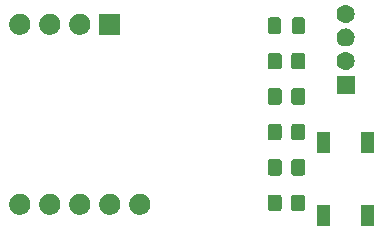
<source format=gbr>
G04 #@! TF.GenerationSoftware,KiCad,Pcbnew,7.0.8*
G04 #@! TF.CreationDate,2023-11-15T13:15:02+05:30*
G04 #@! TF.ProjectId,m5-atom-carrier-board,6d352d61-746f-46d2-9d63-617272696572,1*
G04 #@! TF.SameCoordinates,Original*
G04 #@! TF.FileFunction,Soldermask,Top*
G04 #@! TF.FilePolarity,Negative*
%FSLAX46Y46*%
G04 Gerber Fmt 4.6, Leading zero omitted, Abs format (unit mm)*
G04 Created by KiCad (PCBNEW 7.0.8) date 2023-11-15 13:15:02*
%MOMM*%
%LPD*%
G01*
G04 APERTURE LIST*
G04 APERTURE END LIST*
G36*
X113700000Y-72000000D02*
G01*
X112600000Y-72000000D01*
X112600000Y-70200000D01*
X113700000Y-70200000D01*
X113700000Y-72000000D01*
G37*
G36*
X117400000Y-72000000D02*
G01*
X116300000Y-72000000D01*
X116300000Y-70200000D01*
X117400000Y-70200000D01*
X117400000Y-72000000D01*
G37*
G36*
X87467568Y-69224930D02*
G01*
X87514076Y-69224930D01*
X87554232Y-69233465D01*
X87595530Y-69237533D01*
X87647415Y-69253272D01*
X87698115Y-69264049D01*
X87730558Y-69278493D01*
X87764319Y-69288735D01*
X87817967Y-69317410D01*
X87870000Y-69340577D01*
X87894192Y-69358153D01*
X87919878Y-69371883D01*
X87972271Y-69414881D01*
X88022218Y-69451170D01*
X88038436Y-69469182D01*
X88056221Y-69483778D01*
X88104018Y-69542018D01*
X88148115Y-69590993D01*
X88157377Y-69607036D01*
X88168116Y-69620121D01*
X88207840Y-69694440D01*
X88242191Y-69753937D01*
X88246142Y-69766098D01*
X88251264Y-69775680D01*
X88279504Y-69868775D01*
X88300333Y-69932879D01*
X88301066Y-69939854D01*
X88302466Y-69944469D01*
X88316090Y-70082802D01*
X88320000Y-70120000D01*
X88316090Y-70157200D01*
X88302466Y-70295530D01*
X88301066Y-70300144D01*
X88300333Y-70307121D01*
X88279500Y-70371238D01*
X88251264Y-70464319D01*
X88246143Y-70473899D01*
X88242191Y-70486063D01*
X88207833Y-70545572D01*
X88168116Y-70619878D01*
X88157379Y-70632960D01*
X88148115Y-70649007D01*
X88104009Y-70697991D01*
X88056221Y-70756221D01*
X88038439Y-70770813D01*
X88022218Y-70788830D01*
X87972260Y-70825126D01*
X87919878Y-70868116D01*
X87894197Y-70881842D01*
X87870000Y-70899423D01*
X87817955Y-70922594D01*
X87764319Y-70951264D01*
X87730565Y-70961503D01*
X87698115Y-70975951D01*
X87647404Y-70986729D01*
X87595530Y-71002466D01*
X87554241Y-71006532D01*
X87514076Y-71015070D01*
X87467558Y-71015070D01*
X87420000Y-71019754D01*
X87372442Y-71015070D01*
X87325924Y-71015070D01*
X87285759Y-71006532D01*
X87244469Y-71002466D01*
X87192592Y-70986729D01*
X87141885Y-70975951D01*
X87109436Y-70961503D01*
X87075680Y-70951264D01*
X87022038Y-70922591D01*
X86970000Y-70899423D01*
X86945805Y-70881844D01*
X86920121Y-70868116D01*
X86867730Y-70825119D01*
X86817782Y-70788830D01*
X86801562Y-70770816D01*
X86783778Y-70756221D01*
X86735979Y-70697978D01*
X86691885Y-70649007D01*
X86682622Y-70632964D01*
X86671883Y-70619878D01*
X86632153Y-70545548D01*
X86597809Y-70486063D01*
X86593858Y-70473903D01*
X86588735Y-70464319D01*
X86560484Y-70371191D01*
X86539667Y-70307121D01*
X86538934Y-70300149D01*
X86537533Y-70295530D01*
X86523893Y-70157049D01*
X86520000Y-70120000D01*
X86523893Y-70082953D01*
X86537533Y-69944469D01*
X86538934Y-69939849D01*
X86539667Y-69932879D01*
X86560480Y-69868822D01*
X86588735Y-69775680D01*
X86593859Y-69766093D01*
X86597809Y-69753937D01*
X86632145Y-69694463D01*
X86671883Y-69620121D01*
X86682624Y-69607032D01*
X86691885Y-69590993D01*
X86735970Y-69542031D01*
X86783778Y-69483778D01*
X86801566Y-69469179D01*
X86817782Y-69451170D01*
X86867719Y-69414888D01*
X86920121Y-69371883D01*
X86945810Y-69358151D01*
X86970000Y-69340577D01*
X87022026Y-69317413D01*
X87075680Y-69288735D01*
X87109443Y-69278492D01*
X87141885Y-69264049D01*
X87192581Y-69253273D01*
X87244469Y-69237533D01*
X87285768Y-69233465D01*
X87325924Y-69224930D01*
X87372432Y-69224930D01*
X87420000Y-69220245D01*
X87467568Y-69224930D01*
G37*
G36*
X90007568Y-69224930D02*
G01*
X90054076Y-69224930D01*
X90094232Y-69233465D01*
X90135530Y-69237533D01*
X90187415Y-69253272D01*
X90238115Y-69264049D01*
X90270558Y-69278493D01*
X90304319Y-69288735D01*
X90357967Y-69317410D01*
X90410000Y-69340577D01*
X90434192Y-69358153D01*
X90459878Y-69371883D01*
X90512271Y-69414881D01*
X90562218Y-69451170D01*
X90578436Y-69469182D01*
X90596221Y-69483778D01*
X90644018Y-69542018D01*
X90688115Y-69590993D01*
X90697377Y-69607036D01*
X90708116Y-69620121D01*
X90747840Y-69694440D01*
X90782191Y-69753937D01*
X90786142Y-69766098D01*
X90791264Y-69775680D01*
X90819504Y-69868775D01*
X90840333Y-69932879D01*
X90841066Y-69939854D01*
X90842466Y-69944469D01*
X90856090Y-70082802D01*
X90860000Y-70120000D01*
X90856090Y-70157200D01*
X90842466Y-70295530D01*
X90841066Y-70300144D01*
X90840333Y-70307121D01*
X90819500Y-70371238D01*
X90791264Y-70464319D01*
X90786143Y-70473899D01*
X90782191Y-70486063D01*
X90747833Y-70545572D01*
X90708116Y-70619878D01*
X90697379Y-70632960D01*
X90688115Y-70649007D01*
X90644009Y-70697991D01*
X90596221Y-70756221D01*
X90578439Y-70770813D01*
X90562218Y-70788830D01*
X90512260Y-70825126D01*
X90459878Y-70868116D01*
X90434197Y-70881842D01*
X90410000Y-70899423D01*
X90357955Y-70922594D01*
X90304319Y-70951264D01*
X90270565Y-70961503D01*
X90238115Y-70975951D01*
X90187404Y-70986729D01*
X90135530Y-71002466D01*
X90094241Y-71006532D01*
X90054076Y-71015070D01*
X90007558Y-71015070D01*
X89960000Y-71019754D01*
X89912442Y-71015070D01*
X89865924Y-71015070D01*
X89825759Y-71006532D01*
X89784469Y-71002466D01*
X89732592Y-70986729D01*
X89681885Y-70975951D01*
X89649436Y-70961503D01*
X89615680Y-70951264D01*
X89562038Y-70922591D01*
X89510000Y-70899423D01*
X89485805Y-70881844D01*
X89460121Y-70868116D01*
X89407730Y-70825119D01*
X89357782Y-70788830D01*
X89341562Y-70770816D01*
X89323778Y-70756221D01*
X89275979Y-70697978D01*
X89231885Y-70649007D01*
X89222622Y-70632964D01*
X89211883Y-70619878D01*
X89172153Y-70545548D01*
X89137809Y-70486063D01*
X89133858Y-70473903D01*
X89128735Y-70464319D01*
X89100484Y-70371191D01*
X89079667Y-70307121D01*
X89078934Y-70300149D01*
X89077533Y-70295530D01*
X89063893Y-70157049D01*
X89060000Y-70120000D01*
X89063893Y-70082953D01*
X89077533Y-69944469D01*
X89078934Y-69939849D01*
X89079667Y-69932879D01*
X89100480Y-69868822D01*
X89128735Y-69775680D01*
X89133859Y-69766093D01*
X89137809Y-69753937D01*
X89172145Y-69694463D01*
X89211883Y-69620121D01*
X89222624Y-69607032D01*
X89231885Y-69590993D01*
X89275970Y-69542031D01*
X89323778Y-69483778D01*
X89341566Y-69469179D01*
X89357782Y-69451170D01*
X89407719Y-69414888D01*
X89460121Y-69371883D01*
X89485810Y-69358151D01*
X89510000Y-69340577D01*
X89562026Y-69317413D01*
X89615680Y-69288735D01*
X89649443Y-69278492D01*
X89681885Y-69264049D01*
X89732581Y-69253273D01*
X89784469Y-69237533D01*
X89825768Y-69233465D01*
X89865924Y-69224930D01*
X89912432Y-69224930D01*
X89960000Y-69220245D01*
X90007568Y-69224930D01*
G37*
G36*
X92547568Y-69224930D02*
G01*
X92594076Y-69224930D01*
X92634232Y-69233465D01*
X92675530Y-69237533D01*
X92727415Y-69253272D01*
X92778115Y-69264049D01*
X92810558Y-69278493D01*
X92844319Y-69288735D01*
X92897967Y-69317410D01*
X92950000Y-69340577D01*
X92974192Y-69358153D01*
X92999878Y-69371883D01*
X93052271Y-69414881D01*
X93102218Y-69451170D01*
X93118436Y-69469182D01*
X93136221Y-69483778D01*
X93184018Y-69542018D01*
X93228115Y-69590993D01*
X93237377Y-69607036D01*
X93248116Y-69620121D01*
X93287840Y-69694440D01*
X93322191Y-69753937D01*
X93326142Y-69766098D01*
X93331264Y-69775680D01*
X93359504Y-69868775D01*
X93380333Y-69932879D01*
X93381066Y-69939854D01*
X93382466Y-69944469D01*
X93396090Y-70082802D01*
X93400000Y-70120000D01*
X93396090Y-70157200D01*
X93382466Y-70295530D01*
X93381066Y-70300144D01*
X93380333Y-70307121D01*
X93359500Y-70371238D01*
X93331264Y-70464319D01*
X93326143Y-70473899D01*
X93322191Y-70486063D01*
X93287833Y-70545572D01*
X93248116Y-70619878D01*
X93237379Y-70632960D01*
X93228115Y-70649007D01*
X93184009Y-70697991D01*
X93136221Y-70756221D01*
X93118439Y-70770813D01*
X93102218Y-70788830D01*
X93052260Y-70825126D01*
X92999878Y-70868116D01*
X92974197Y-70881842D01*
X92950000Y-70899423D01*
X92897955Y-70922594D01*
X92844319Y-70951264D01*
X92810565Y-70961503D01*
X92778115Y-70975951D01*
X92727404Y-70986729D01*
X92675530Y-71002466D01*
X92634241Y-71006532D01*
X92594076Y-71015070D01*
X92547558Y-71015070D01*
X92500000Y-71019754D01*
X92452442Y-71015070D01*
X92405924Y-71015070D01*
X92365759Y-71006532D01*
X92324469Y-71002466D01*
X92272592Y-70986729D01*
X92221885Y-70975951D01*
X92189436Y-70961503D01*
X92155680Y-70951264D01*
X92102038Y-70922591D01*
X92050000Y-70899423D01*
X92025805Y-70881844D01*
X92000121Y-70868116D01*
X91947730Y-70825119D01*
X91897782Y-70788830D01*
X91881562Y-70770816D01*
X91863778Y-70756221D01*
X91815979Y-70697978D01*
X91771885Y-70649007D01*
X91762622Y-70632964D01*
X91751883Y-70619878D01*
X91712153Y-70545548D01*
X91677809Y-70486063D01*
X91673858Y-70473903D01*
X91668735Y-70464319D01*
X91640484Y-70371191D01*
X91619667Y-70307121D01*
X91618934Y-70300149D01*
X91617533Y-70295530D01*
X91603893Y-70157049D01*
X91600000Y-70120000D01*
X91603893Y-70082953D01*
X91617533Y-69944469D01*
X91618934Y-69939849D01*
X91619667Y-69932879D01*
X91640480Y-69868822D01*
X91668735Y-69775680D01*
X91673859Y-69766093D01*
X91677809Y-69753937D01*
X91712145Y-69694463D01*
X91751883Y-69620121D01*
X91762624Y-69607032D01*
X91771885Y-69590993D01*
X91815970Y-69542031D01*
X91863778Y-69483778D01*
X91881566Y-69469179D01*
X91897782Y-69451170D01*
X91947719Y-69414888D01*
X92000121Y-69371883D01*
X92025810Y-69358151D01*
X92050000Y-69340577D01*
X92102026Y-69317413D01*
X92155680Y-69288735D01*
X92189443Y-69278492D01*
X92221885Y-69264049D01*
X92272581Y-69253273D01*
X92324469Y-69237533D01*
X92365768Y-69233465D01*
X92405924Y-69224930D01*
X92452432Y-69224930D01*
X92500000Y-69220245D01*
X92547568Y-69224930D01*
G37*
G36*
X95087568Y-69224930D02*
G01*
X95134076Y-69224930D01*
X95174232Y-69233465D01*
X95215530Y-69237533D01*
X95267415Y-69253272D01*
X95318115Y-69264049D01*
X95350558Y-69278493D01*
X95384319Y-69288735D01*
X95437967Y-69317410D01*
X95490000Y-69340577D01*
X95514192Y-69358153D01*
X95539878Y-69371883D01*
X95592271Y-69414881D01*
X95642218Y-69451170D01*
X95658436Y-69469182D01*
X95676221Y-69483778D01*
X95724018Y-69542018D01*
X95768115Y-69590993D01*
X95777377Y-69607036D01*
X95788116Y-69620121D01*
X95827840Y-69694440D01*
X95862191Y-69753937D01*
X95866142Y-69766098D01*
X95871264Y-69775680D01*
X95899504Y-69868775D01*
X95920333Y-69932879D01*
X95921066Y-69939854D01*
X95922466Y-69944469D01*
X95936090Y-70082802D01*
X95940000Y-70120000D01*
X95936090Y-70157200D01*
X95922466Y-70295530D01*
X95921066Y-70300144D01*
X95920333Y-70307121D01*
X95899500Y-70371238D01*
X95871264Y-70464319D01*
X95866143Y-70473899D01*
X95862191Y-70486063D01*
X95827833Y-70545572D01*
X95788116Y-70619878D01*
X95777379Y-70632960D01*
X95768115Y-70649007D01*
X95724009Y-70697991D01*
X95676221Y-70756221D01*
X95658439Y-70770813D01*
X95642218Y-70788830D01*
X95592260Y-70825126D01*
X95539878Y-70868116D01*
X95514197Y-70881842D01*
X95490000Y-70899423D01*
X95437955Y-70922594D01*
X95384319Y-70951264D01*
X95350565Y-70961503D01*
X95318115Y-70975951D01*
X95267404Y-70986729D01*
X95215530Y-71002466D01*
X95174241Y-71006532D01*
X95134076Y-71015070D01*
X95087558Y-71015070D01*
X95040000Y-71019754D01*
X94992442Y-71015070D01*
X94945924Y-71015070D01*
X94905759Y-71006532D01*
X94864469Y-71002466D01*
X94812592Y-70986729D01*
X94761885Y-70975951D01*
X94729436Y-70961503D01*
X94695680Y-70951264D01*
X94642038Y-70922591D01*
X94590000Y-70899423D01*
X94565805Y-70881844D01*
X94540121Y-70868116D01*
X94487730Y-70825119D01*
X94437782Y-70788830D01*
X94421562Y-70770816D01*
X94403778Y-70756221D01*
X94355979Y-70697978D01*
X94311885Y-70649007D01*
X94302622Y-70632964D01*
X94291883Y-70619878D01*
X94252153Y-70545548D01*
X94217809Y-70486063D01*
X94213858Y-70473903D01*
X94208735Y-70464319D01*
X94180484Y-70371191D01*
X94159667Y-70307121D01*
X94158934Y-70300149D01*
X94157533Y-70295530D01*
X94143893Y-70157049D01*
X94140000Y-70120000D01*
X94143893Y-70082953D01*
X94157533Y-69944469D01*
X94158934Y-69939849D01*
X94159667Y-69932879D01*
X94180480Y-69868822D01*
X94208735Y-69775680D01*
X94213859Y-69766093D01*
X94217809Y-69753937D01*
X94252145Y-69694463D01*
X94291883Y-69620121D01*
X94302624Y-69607032D01*
X94311885Y-69590993D01*
X94355970Y-69542031D01*
X94403778Y-69483778D01*
X94421566Y-69469179D01*
X94437782Y-69451170D01*
X94487719Y-69414888D01*
X94540121Y-69371883D01*
X94565810Y-69358151D01*
X94590000Y-69340577D01*
X94642026Y-69317413D01*
X94695680Y-69288735D01*
X94729443Y-69278492D01*
X94761885Y-69264049D01*
X94812581Y-69253273D01*
X94864469Y-69237533D01*
X94905768Y-69233465D01*
X94945924Y-69224930D01*
X94992432Y-69224930D01*
X95040000Y-69220245D01*
X95087568Y-69224930D01*
G37*
G36*
X97627568Y-69224930D02*
G01*
X97674076Y-69224930D01*
X97714232Y-69233465D01*
X97755530Y-69237533D01*
X97807415Y-69253272D01*
X97858115Y-69264049D01*
X97890558Y-69278493D01*
X97924319Y-69288735D01*
X97977967Y-69317410D01*
X98030000Y-69340577D01*
X98054192Y-69358153D01*
X98079878Y-69371883D01*
X98132271Y-69414881D01*
X98182218Y-69451170D01*
X98198436Y-69469182D01*
X98216221Y-69483778D01*
X98264018Y-69542018D01*
X98308115Y-69590993D01*
X98317377Y-69607036D01*
X98328116Y-69620121D01*
X98367840Y-69694440D01*
X98402191Y-69753937D01*
X98406142Y-69766098D01*
X98411264Y-69775680D01*
X98439504Y-69868775D01*
X98460333Y-69932879D01*
X98461066Y-69939854D01*
X98462466Y-69944469D01*
X98476090Y-70082802D01*
X98480000Y-70120000D01*
X98476090Y-70157200D01*
X98462466Y-70295530D01*
X98461066Y-70300144D01*
X98460333Y-70307121D01*
X98439500Y-70371238D01*
X98411264Y-70464319D01*
X98406143Y-70473899D01*
X98402191Y-70486063D01*
X98367833Y-70545572D01*
X98328116Y-70619878D01*
X98317379Y-70632960D01*
X98308115Y-70649007D01*
X98264009Y-70697991D01*
X98216221Y-70756221D01*
X98198439Y-70770813D01*
X98182218Y-70788830D01*
X98132260Y-70825126D01*
X98079878Y-70868116D01*
X98054197Y-70881842D01*
X98030000Y-70899423D01*
X97977955Y-70922594D01*
X97924319Y-70951264D01*
X97890565Y-70961503D01*
X97858115Y-70975951D01*
X97807404Y-70986729D01*
X97755530Y-71002466D01*
X97714241Y-71006532D01*
X97674076Y-71015070D01*
X97627558Y-71015070D01*
X97580000Y-71019754D01*
X97532442Y-71015070D01*
X97485924Y-71015070D01*
X97445759Y-71006532D01*
X97404469Y-71002466D01*
X97352592Y-70986729D01*
X97301885Y-70975951D01*
X97269436Y-70961503D01*
X97235680Y-70951264D01*
X97182038Y-70922591D01*
X97130000Y-70899423D01*
X97105805Y-70881844D01*
X97080121Y-70868116D01*
X97027730Y-70825119D01*
X96977782Y-70788830D01*
X96961562Y-70770816D01*
X96943778Y-70756221D01*
X96895979Y-70697978D01*
X96851885Y-70649007D01*
X96842622Y-70632964D01*
X96831883Y-70619878D01*
X96792153Y-70545548D01*
X96757809Y-70486063D01*
X96753858Y-70473903D01*
X96748735Y-70464319D01*
X96720484Y-70371191D01*
X96699667Y-70307121D01*
X96698934Y-70300149D01*
X96697533Y-70295530D01*
X96683893Y-70157049D01*
X96680000Y-70120000D01*
X96683893Y-70082953D01*
X96697533Y-69944469D01*
X96698934Y-69939849D01*
X96699667Y-69932879D01*
X96720480Y-69868822D01*
X96748735Y-69775680D01*
X96753859Y-69766093D01*
X96757809Y-69753937D01*
X96792145Y-69694463D01*
X96831883Y-69620121D01*
X96842624Y-69607032D01*
X96851885Y-69590993D01*
X96895970Y-69542031D01*
X96943778Y-69483778D01*
X96961566Y-69469179D01*
X96977782Y-69451170D01*
X97027719Y-69414888D01*
X97080121Y-69371883D01*
X97105810Y-69358151D01*
X97130000Y-69340577D01*
X97182026Y-69317413D01*
X97235680Y-69288735D01*
X97269443Y-69278492D01*
X97301885Y-69264049D01*
X97352581Y-69253273D01*
X97404469Y-69237533D01*
X97445768Y-69233465D01*
X97485924Y-69224930D01*
X97532432Y-69224930D01*
X97580000Y-69220245D01*
X97627568Y-69224930D01*
G37*
G36*
X109354116Y-69300818D02*
G01*
X109405379Y-69306766D01*
X109422892Y-69314499D01*
X109445671Y-69319030D01*
X109470057Y-69335324D01*
X109490788Y-69344478D01*
X109504946Y-69358636D01*
X109526777Y-69373223D01*
X109541363Y-69395053D01*
X109555521Y-69409211D01*
X109564673Y-69429939D01*
X109580970Y-69454329D01*
X109585501Y-69477109D01*
X109593233Y-69494620D01*
X109599178Y-69545872D01*
X109600000Y-69550000D01*
X109600000Y-70450000D01*
X109599178Y-70454128D01*
X109593233Y-70505379D01*
X109585501Y-70522888D01*
X109580970Y-70545671D01*
X109564672Y-70570062D01*
X109555521Y-70590788D01*
X109541365Y-70604943D01*
X109526777Y-70626777D01*
X109504943Y-70641365D01*
X109490788Y-70655521D01*
X109470062Y-70664672D01*
X109445671Y-70680970D01*
X109422888Y-70685501D01*
X109405379Y-70693233D01*
X109354129Y-70699178D01*
X109350000Y-70700000D01*
X108650000Y-70700000D01*
X108645873Y-70699179D01*
X108594620Y-70693233D01*
X108577109Y-70685501D01*
X108554329Y-70680970D01*
X108529939Y-70664673D01*
X108509211Y-70655521D01*
X108495053Y-70641363D01*
X108473223Y-70626777D01*
X108458636Y-70604946D01*
X108444478Y-70590788D01*
X108435324Y-70570057D01*
X108419030Y-70545671D01*
X108414499Y-70522892D01*
X108406766Y-70505379D01*
X108400818Y-70454117D01*
X108400000Y-70450000D01*
X108400000Y-69550000D01*
X108400818Y-69545885D01*
X108406766Y-69494620D01*
X108414499Y-69477105D01*
X108419030Y-69454329D01*
X108435323Y-69429944D01*
X108444478Y-69409211D01*
X108458638Y-69395050D01*
X108473223Y-69373223D01*
X108495050Y-69358638D01*
X108509211Y-69344478D01*
X108529944Y-69335323D01*
X108554329Y-69319030D01*
X108577105Y-69314499D01*
X108594620Y-69306766D01*
X108645884Y-69300818D01*
X108650000Y-69300000D01*
X109350000Y-69300000D01*
X109354116Y-69300818D01*
G37*
G36*
X111354116Y-69300818D02*
G01*
X111405379Y-69306766D01*
X111422892Y-69314499D01*
X111445671Y-69319030D01*
X111470057Y-69335324D01*
X111490788Y-69344478D01*
X111504946Y-69358636D01*
X111526777Y-69373223D01*
X111541363Y-69395053D01*
X111555521Y-69409211D01*
X111564673Y-69429939D01*
X111580970Y-69454329D01*
X111585501Y-69477109D01*
X111593233Y-69494620D01*
X111599178Y-69545872D01*
X111600000Y-69550000D01*
X111600000Y-70450000D01*
X111599178Y-70454128D01*
X111593233Y-70505379D01*
X111585501Y-70522888D01*
X111580970Y-70545671D01*
X111564672Y-70570062D01*
X111555521Y-70590788D01*
X111541365Y-70604943D01*
X111526777Y-70626777D01*
X111504943Y-70641365D01*
X111490788Y-70655521D01*
X111470062Y-70664672D01*
X111445671Y-70680970D01*
X111422888Y-70685501D01*
X111405379Y-70693233D01*
X111354129Y-70699178D01*
X111350000Y-70700000D01*
X110650000Y-70700000D01*
X110645873Y-70699179D01*
X110594620Y-70693233D01*
X110577109Y-70685501D01*
X110554329Y-70680970D01*
X110529939Y-70664673D01*
X110509211Y-70655521D01*
X110495053Y-70641363D01*
X110473223Y-70626777D01*
X110458636Y-70604946D01*
X110444478Y-70590788D01*
X110435324Y-70570057D01*
X110419030Y-70545671D01*
X110414499Y-70522892D01*
X110406766Y-70505379D01*
X110400818Y-70454117D01*
X110400000Y-70450000D01*
X110400000Y-69550000D01*
X110400818Y-69545885D01*
X110406766Y-69494620D01*
X110414499Y-69477105D01*
X110419030Y-69454329D01*
X110435323Y-69429944D01*
X110444478Y-69409211D01*
X110458638Y-69395050D01*
X110473223Y-69373223D01*
X110495050Y-69358638D01*
X110509211Y-69344478D01*
X110529944Y-69335323D01*
X110554329Y-69319030D01*
X110577105Y-69314499D01*
X110594620Y-69306766D01*
X110645884Y-69300818D01*
X110650000Y-69300000D01*
X111350000Y-69300000D01*
X111354116Y-69300818D01*
G37*
G36*
X109354116Y-66300818D02*
G01*
X109405379Y-66306766D01*
X109422892Y-66314499D01*
X109445671Y-66319030D01*
X109470057Y-66335324D01*
X109490788Y-66344478D01*
X109504946Y-66358636D01*
X109526777Y-66373223D01*
X109541363Y-66395053D01*
X109555521Y-66409211D01*
X109564673Y-66429939D01*
X109580970Y-66454329D01*
X109585501Y-66477109D01*
X109593233Y-66494620D01*
X109599178Y-66545872D01*
X109600000Y-66550000D01*
X109600000Y-67450000D01*
X109599178Y-67454128D01*
X109593233Y-67505379D01*
X109585501Y-67522888D01*
X109580970Y-67545671D01*
X109564672Y-67570062D01*
X109555521Y-67590788D01*
X109541365Y-67604943D01*
X109526777Y-67626777D01*
X109504943Y-67641365D01*
X109490788Y-67655521D01*
X109470062Y-67664672D01*
X109445671Y-67680970D01*
X109422888Y-67685501D01*
X109405379Y-67693233D01*
X109354129Y-67699178D01*
X109350000Y-67700000D01*
X108650000Y-67700000D01*
X108645873Y-67699179D01*
X108594620Y-67693233D01*
X108577109Y-67685501D01*
X108554329Y-67680970D01*
X108529939Y-67664673D01*
X108509211Y-67655521D01*
X108495053Y-67641363D01*
X108473223Y-67626777D01*
X108458636Y-67604946D01*
X108444478Y-67590788D01*
X108435324Y-67570057D01*
X108419030Y-67545671D01*
X108414499Y-67522892D01*
X108406766Y-67505379D01*
X108400818Y-67454117D01*
X108400000Y-67450000D01*
X108400000Y-66550000D01*
X108400818Y-66545885D01*
X108406766Y-66494620D01*
X108414499Y-66477105D01*
X108419030Y-66454329D01*
X108435323Y-66429944D01*
X108444478Y-66409211D01*
X108458638Y-66395050D01*
X108473223Y-66373223D01*
X108495050Y-66358638D01*
X108509211Y-66344478D01*
X108529944Y-66335323D01*
X108554329Y-66319030D01*
X108577105Y-66314499D01*
X108594620Y-66306766D01*
X108645884Y-66300818D01*
X108650000Y-66300000D01*
X109350000Y-66300000D01*
X109354116Y-66300818D01*
G37*
G36*
X111354116Y-66300818D02*
G01*
X111405379Y-66306766D01*
X111422892Y-66314499D01*
X111445671Y-66319030D01*
X111470057Y-66335324D01*
X111490788Y-66344478D01*
X111504946Y-66358636D01*
X111526777Y-66373223D01*
X111541363Y-66395053D01*
X111555521Y-66409211D01*
X111564673Y-66429939D01*
X111580970Y-66454329D01*
X111585501Y-66477109D01*
X111593233Y-66494620D01*
X111599178Y-66545872D01*
X111600000Y-66550000D01*
X111600000Y-67450000D01*
X111599178Y-67454128D01*
X111593233Y-67505379D01*
X111585501Y-67522888D01*
X111580970Y-67545671D01*
X111564672Y-67570062D01*
X111555521Y-67590788D01*
X111541365Y-67604943D01*
X111526777Y-67626777D01*
X111504943Y-67641365D01*
X111490788Y-67655521D01*
X111470062Y-67664672D01*
X111445671Y-67680970D01*
X111422888Y-67685501D01*
X111405379Y-67693233D01*
X111354129Y-67699178D01*
X111350000Y-67700000D01*
X110650000Y-67700000D01*
X110645873Y-67699179D01*
X110594620Y-67693233D01*
X110577109Y-67685501D01*
X110554329Y-67680970D01*
X110529939Y-67664673D01*
X110509211Y-67655521D01*
X110495053Y-67641363D01*
X110473223Y-67626777D01*
X110458636Y-67604946D01*
X110444478Y-67590788D01*
X110435324Y-67570057D01*
X110419030Y-67545671D01*
X110414499Y-67522892D01*
X110406766Y-67505379D01*
X110400818Y-67454117D01*
X110400000Y-67450000D01*
X110400000Y-66550000D01*
X110400818Y-66545885D01*
X110406766Y-66494620D01*
X110414499Y-66477105D01*
X110419030Y-66454329D01*
X110435323Y-66429944D01*
X110444478Y-66409211D01*
X110458638Y-66395050D01*
X110473223Y-66373223D01*
X110495050Y-66358638D01*
X110509211Y-66344478D01*
X110529944Y-66335323D01*
X110554329Y-66319030D01*
X110577105Y-66314499D01*
X110594620Y-66306766D01*
X110645884Y-66300818D01*
X110650000Y-66300000D01*
X111350000Y-66300000D01*
X111354116Y-66300818D01*
G37*
G36*
X113700000Y-65800000D02*
G01*
X112600000Y-65800000D01*
X112600000Y-64000000D01*
X113700000Y-64000000D01*
X113700000Y-65800000D01*
G37*
G36*
X117400000Y-65800000D02*
G01*
X116300000Y-65800000D01*
X116300000Y-64000000D01*
X117400000Y-64000000D01*
X117400000Y-65800000D01*
G37*
G36*
X109354116Y-63300818D02*
G01*
X109405379Y-63306766D01*
X109422892Y-63314499D01*
X109445671Y-63319030D01*
X109470057Y-63335324D01*
X109490788Y-63344478D01*
X109504946Y-63358636D01*
X109526777Y-63373223D01*
X109541363Y-63395053D01*
X109555521Y-63409211D01*
X109564673Y-63429939D01*
X109580970Y-63454329D01*
X109585501Y-63477109D01*
X109593233Y-63494620D01*
X109599178Y-63545872D01*
X109600000Y-63550000D01*
X109600000Y-64450000D01*
X109599178Y-64454128D01*
X109593233Y-64505379D01*
X109585501Y-64522888D01*
X109580970Y-64545671D01*
X109564672Y-64570062D01*
X109555521Y-64590788D01*
X109541365Y-64604943D01*
X109526777Y-64626777D01*
X109504943Y-64641365D01*
X109490788Y-64655521D01*
X109470062Y-64664672D01*
X109445671Y-64680970D01*
X109422888Y-64685501D01*
X109405379Y-64693233D01*
X109354129Y-64699178D01*
X109350000Y-64700000D01*
X108650000Y-64700000D01*
X108645873Y-64699179D01*
X108594620Y-64693233D01*
X108577109Y-64685501D01*
X108554329Y-64680970D01*
X108529939Y-64664673D01*
X108509211Y-64655521D01*
X108495053Y-64641363D01*
X108473223Y-64626777D01*
X108458636Y-64604946D01*
X108444478Y-64590788D01*
X108435324Y-64570057D01*
X108419030Y-64545671D01*
X108414499Y-64522892D01*
X108406766Y-64505379D01*
X108400818Y-64454117D01*
X108400000Y-64450000D01*
X108400000Y-63550000D01*
X108400818Y-63545885D01*
X108406766Y-63494620D01*
X108414499Y-63477105D01*
X108419030Y-63454329D01*
X108435323Y-63429944D01*
X108444478Y-63409211D01*
X108458638Y-63395050D01*
X108473223Y-63373223D01*
X108495050Y-63358638D01*
X108509211Y-63344478D01*
X108529944Y-63335323D01*
X108554329Y-63319030D01*
X108577105Y-63314499D01*
X108594620Y-63306766D01*
X108645884Y-63300818D01*
X108650000Y-63300000D01*
X109350000Y-63300000D01*
X109354116Y-63300818D01*
G37*
G36*
X111354116Y-63300818D02*
G01*
X111405379Y-63306766D01*
X111422892Y-63314499D01*
X111445671Y-63319030D01*
X111470057Y-63335324D01*
X111490788Y-63344478D01*
X111504946Y-63358636D01*
X111526777Y-63373223D01*
X111541363Y-63395053D01*
X111555521Y-63409211D01*
X111564673Y-63429939D01*
X111580970Y-63454329D01*
X111585501Y-63477109D01*
X111593233Y-63494620D01*
X111599178Y-63545872D01*
X111600000Y-63550000D01*
X111600000Y-64450000D01*
X111599178Y-64454128D01*
X111593233Y-64505379D01*
X111585501Y-64522888D01*
X111580970Y-64545671D01*
X111564672Y-64570062D01*
X111555521Y-64590788D01*
X111541365Y-64604943D01*
X111526777Y-64626777D01*
X111504943Y-64641365D01*
X111490788Y-64655521D01*
X111470062Y-64664672D01*
X111445671Y-64680970D01*
X111422888Y-64685501D01*
X111405379Y-64693233D01*
X111354129Y-64699178D01*
X111350000Y-64700000D01*
X110650000Y-64700000D01*
X110645873Y-64699179D01*
X110594620Y-64693233D01*
X110577109Y-64685501D01*
X110554329Y-64680970D01*
X110529939Y-64664673D01*
X110509211Y-64655521D01*
X110495053Y-64641363D01*
X110473223Y-64626777D01*
X110458636Y-64604946D01*
X110444478Y-64590788D01*
X110435324Y-64570057D01*
X110419030Y-64545671D01*
X110414499Y-64522892D01*
X110406766Y-64505379D01*
X110400818Y-64454117D01*
X110400000Y-64450000D01*
X110400000Y-63550000D01*
X110400818Y-63545885D01*
X110406766Y-63494620D01*
X110414499Y-63477105D01*
X110419030Y-63454329D01*
X110435323Y-63429944D01*
X110444478Y-63409211D01*
X110458638Y-63395050D01*
X110473223Y-63373223D01*
X110495050Y-63358638D01*
X110509211Y-63344478D01*
X110529944Y-63335323D01*
X110554329Y-63319030D01*
X110577105Y-63314499D01*
X110594620Y-63306766D01*
X110645884Y-63300818D01*
X110650000Y-63300000D01*
X111350000Y-63300000D01*
X111354116Y-63300818D01*
G37*
G36*
X109354116Y-60300818D02*
G01*
X109405379Y-60306766D01*
X109422892Y-60314499D01*
X109445671Y-60319030D01*
X109470057Y-60335324D01*
X109490788Y-60344478D01*
X109504946Y-60358636D01*
X109526777Y-60373223D01*
X109541363Y-60395053D01*
X109555521Y-60409211D01*
X109564673Y-60429939D01*
X109580970Y-60454329D01*
X109585501Y-60477109D01*
X109593233Y-60494620D01*
X109599178Y-60545872D01*
X109600000Y-60550000D01*
X109600000Y-61450000D01*
X109599178Y-61454128D01*
X109593233Y-61505379D01*
X109585501Y-61522888D01*
X109580970Y-61545671D01*
X109564672Y-61570062D01*
X109555521Y-61590788D01*
X109541365Y-61604943D01*
X109526777Y-61626777D01*
X109504943Y-61641365D01*
X109490788Y-61655521D01*
X109470062Y-61664672D01*
X109445671Y-61680970D01*
X109422888Y-61685501D01*
X109405379Y-61693233D01*
X109354129Y-61699178D01*
X109350000Y-61700000D01*
X108650000Y-61700000D01*
X108645873Y-61699179D01*
X108594620Y-61693233D01*
X108577109Y-61685501D01*
X108554329Y-61680970D01*
X108529939Y-61664673D01*
X108509211Y-61655521D01*
X108495053Y-61641363D01*
X108473223Y-61626777D01*
X108458636Y-61604946D01*
X108444478Y-61590788D01*
X108435324Y-61570057D01*
X108419030Y-61545671D01*
X108414499Y-61522892D01*
X108406766Y-61505379D01*
X108400818Y-61454117D01*
X108400000Y-61450000D01*
X108400000Y-60550000D01*
X108400818Y-60545885D01*
X108406766Y-60494620D01*
X108414499Y-60477105D01*
X108419030Y-60454329D01*
X108435323Y-60429944D01*
X108444478Y-60409211D01*
X108458638Y-60395050D01*
X108473223Y-60373223D01*
X108495050Y-60358638D01*
X108509211Y-60344478D01*
X108529944Y-60335323D01*
X108554329Y-60319030D01*
X108577105Y-60314499D01*
X108594620Y-60306766D01*
X108645884Y-60300818D01*
X108650000Y-60300000D01*
X109350000Y-60300000D01*
X109354116Y-60300818D01*
G37*
G36*
X111354116Y-60300818D02*
G01*
X111405379Y-60306766D01*
X111422892Y-60314499D01*
X111445671Y-60319030D01*
X111470057Y-60335324D01*
X111490788Y-60344478D01*
X111504946Y-60358636D01*
X111526777Y-60373223D01*
X111541363Y-60395053D01*
X111555521Y-60409211D01*
X111564673Y-60429939D01*
X111580970Y-60454329D01*
X111585501Y-60477109D01*
X111593233Y-60494620D01*
X111599178Y-60545872D01*
X111600000Y-60550000D01*
X111600000Y-61450000D01*
X111599178Y-61454128D01*
X111593233Y-61505379D01*
X111585501Y-61522888D01*
X111580970Y-61545671D01*
X111564672Y-61570062D01*
X111555521Y-61590788D01*
X111541365Y-61604943D01*
X111526777Y-61626777D01*
X111504943Y-61641365D01*
X111490788Y-61655521D01*
X111470062Y-61664672D01*
X111445671Y-61680970D01*
X111422888Y-61685501D01*
X111405379Y-61693233D01*
X111354129Y-61699178D01*
X111350000Y-61700000D01*
X110650000Y-61700000D01*
X110645873Y-61699179D01*
X110594620Y-61693233D01*
X110577109Y-61685501D01*
X110554329Y-61680970D01*
X110529939Y-61664673D01*
X110509211Y-61655521D01*
X110495053Y-61641363D01*
X110473223Y-61626777D01*
X110458636Y-61604946D01*
X110444478Y-61590788D01*
X110435324Y-61570057D01*
X110419030Y-61545671D01*
X110414499Y-61522892D01*
X110406766Y-61505379D01*
X110400818Y-61454117D01*
X110400000Y-61450000D01*
X110400000Y-60550000D01*
X110400818Y-60545885D01*
X110406766Y-60494620D01*
X110414499Y-60477105D01*
X110419030Y-60454329D01*
X110435323Y-60429944D01*
X110444478Y-60409211D01*
X110458638Y-60395050D01*
X110473223Y-60373223D01*
X110495050Y-60358638D01*
X110509211Y-60344478D01*
X110529944Y-60335323D01*
X110554329Y-60319030D01*
X110577105Y-60314499D01*
X110594620Y-60306766D01*
X110645884Y-60300818D01*
X110650000Y-60300000D01*
X111350000Y-60300000D01*
X111354116Y-60300818D01*
G37*
G36*
X115762000Y-60762000D02*
G01*
X114238000Y-60762000D01*
X114238000Y-59238000D01*
X115762000Y-59238000D01*
X115762000Y-60762000D01*
G37*
G36*
X115169561Y-57257105D02*
G01*
X115330619Y-57313462D01*
X115475099Y-57404244D01*
X115595756Y-57524901D01*
X115686538Y-57669381D01*
X115742895Y-57830439D01*
X115762000Y-58000000D01*
X115742895Y-58169561D01*
X115686538Y-58330619D01*
X115595756Y-58475099D01*
X115475099Y-58595756D01*
X115330619Y-58686538D01*
X115169561Y-58742895D01*
X115000000Y-58762000D01*
X114830439Y-58742895D01*
X114669381Y-58686538D01*
X114524901Y-58595756D01*
X114404244Y-58475099D01*
X114313462Y-58330619D01*
X114257105Y-58169561D01*
X114238000Y-58000000D01*
X114257105Y-57830439D01*
X114313462Y-57669381D01*
X114404244Y-57524901D01*
X114524901Y-57404244D01*
X114669381Y-57313462D01*
X114830439Y-57257105D01*
X115000000Y-57238000D01*
X115169561Y-57257105D01*
G37*
G36*
X109354116Y-57300818D02*
G01*
X109405379Y-57306766D01*
X109422892Y-57314499D01*
X109445671Y-57319030D01*
X109470057Y-57335324D01*
X109490788Y-57344478D01*
X109504946Y-57358636D01*
X109526777Y-57373223D01*
X109541363Y-57395053D01*
X109555521Y-57409211D01*
X109564673Y-57429939D01*
X109580970Y-57454329D01*
X109585501Y-57477109D01*
X109593233Y-57494620D01*
X109599178Y-57545872D01*
X109600000Y-57550000D01*
X109600000Y-58450000D01*
X109599178Y-58454128D01*
X109593233Y-58505379D01*
X109585501Y-58522888D01*
X109580970Y-58545671D01*
X109564672Y-58570062D01*
X109555521Y-58590788D01*
X109541365Y-58604943D01*
X109526777Y-58626777D01*
X109504943Y-58641365D01*
X109490788Y-58655521D01*
X109470062Y-58664672D01*
X109445671Y-58680970D01*
X109422888Y-58685501D01*
X109405379Y-58693233D01*
X109354129Y-58699178D01*
X109350000Y-58700000D01*
X108650000Y-58700000D01*
X108645873Y-58699179D01*
X108594620Y-58693233D01*
X108577109Y-58685501D01*
X108554329Y-58680970D01*
X108529939Y-58664673D01*
X108509211Y-58655521D01*
X108495053Y-58641363D01*
X108473223Y-58626777D01*
X108458636Y-58604946D01*
X108444478Y-58590788D01*
X108435324Y-58570057D01*
X108419030Y-58545671D01*
X108414499Y-58522892D01*
X108406766Y-58505379D01*
X108400818Y-58454117D01*
X108400000Y-58450000D01*
X108400000Y-57550000D01*
X108400818Y-57545885D01*
X108406766Y-57494620D01*
X108414499Y-57477105D01*
X108419030Y-57454329D01*
X108435323Y-57429944D01*
X108444478Y-57409211D01*
X108458638Y-57395050D01*
X108473223Y-57373223D01*
X108495050Y-57358638D01*
X108509211Y-57344478D01*
X108529944Y-57335323D01*
X108554329Y-57319030D01*
X108577105Y-57314499D01*
X108594620Y-57306766D01*
X108645884Y-57300818D01*
X108650000Y-57300000D01*
X109350000Y-57300000D01*
X109354116Y-57300818D01*
G37*
G36*
X111354116Y-57300818D02*
G01*
X111405379Y-57306766D01*
X111422892Y-57314499D01*
X111445671Y-57319030D01*
X111470057Y-57335324D01*
X111490788Y-57344478D01*
X111504946Y-57358636D01*
X111526777Y-57373223D01*
X111541363Y-57395053D01*
X111555521Y-57409211D01*
X111564673Y-57429939D01*
X111580970Y-57454329D01*
X111585501Y-57477109D01*
X111593233Y-57494620D01*
X111599178Y-57545872D01*
X111600000Y-57550000D01*
X111600000Y-58450000D01*
X111599178Y-58454128D01*
X111593233Y-58505379D01*
X111585501Y-58522888D01*
X111580970Y-58545671D01*
X111564672Y-58570062D01*
X111555521Y-58590788D01*
X111541365Y-58604943D01*
X111526777Y-58626777D01*
X111504943Y-58641365D01*
X111490788Y-58655521D01*
X111470062Y-58664672D01*
X111445671Y-58680970D01*
X111422888Y-58685501D01*
X111405379Y-58693233D01*
X111354129Y-58699178D01*
X111350000Y-58700000D01*
X110650000Y-58700000D01*
X110645873Y-58699179D01*
X110594620Y-58693233D01*
X110577109Y-58685501D01*
X110554329Y-58680970D01*
X110529939Y-58664673D01*
X110509211Y-58655521D01*
X110495053Y-58641363D01*
X110473223Y-58626777D01*
X110458636Y-58604946D01*
X110444478Y-58590788D01*
X110435324Y-58570057D01*
X110419030Y-58545671D01*
X110414499Y-58522892D01*
X110406766Y-58505379D01*
X110400818Y-58454117D01*
X110400000Y-58450000D01*
X110400000Y-57550000D01*
X110400818Y-57545885D01*
X110406766Y-57494620D01*
X110414499Y-57477105D01*
X110419030Y-57454329D01*
X110435323Y-57429944D01*
X110444478Y-57409211D01*
X110458638Y-57395050D01*
X110473223Y-57373223D01*
X110495050Y-57358638D01*
X110509211Y-57344478D01*
X110529944Y-57335323D01*
X110554329Y-57319030D01*
X110577105Y-57314499D01*
X110594620Y-57306766D01*
X110645884Y-57300818D01*
X110650000Y-57300000D01*
X111350000Y-57300000D01*
X111354116Y-57300818D01*
G37*
G36*
X115169561Y-55257105D02*
G01*
X115330619Y-55313462D01*
X115475099Y-55404244D01*
X115595756Y-55524901D01*
X115686538Y-55669381D01*
X115742895Y-55830439D01*
X115762000Y-56000000D01*
X115742895Y-56169561D01*
X115686538Y-56330619D01*
X115595756Y-56475099D01*
X115475099Y-56595756D01*
X115330619Y-56686538D01*
X115169561Y-56742895D01*
X115000000Y-56762000D01*
X114830439Y-56742895D01*
X114669381Y-56686538D01*
X114524901Y-56595756D01*
X114404244Y-56475099D01*
X114313462Y-56330619D01*
X114257105Y-56169561D01*
X114238000Y-56000000D01*
X114257105Y-55830439D01*
X114313462Y-55669381D01*
X114404244Y-55524901D01*
X114524901Y-55404244D01*
X114669381Y-55313462D01*
X114830439Y-55257105D01*
X115000000Y-55238000D01*
X115169561Y-55257105D01*
G37*
G36*
X95940000Y-55780000D02*
G01*
X94140000Y-55780000D01*
X94140000Y-53980000D01*
X95940000Y-53980000D01*
X95940000Y-55780000D01*
G37*
G36*
X87467568Y-53984930D02*
G01*
X87514076Y-53984930D01*
X87554232Y-53993465D01*
X87595530Y-53997533D01*
X87647415Y-54013272D01*
X87698115Y-54024049D01*
X87730558Y-54038493D01*
X87764319Y-54048735D01*
X87817967Y-54077410D01*
X87870000Y-54100577D01*
X87894192Y-54118153D01*
X87919878Y-54131883D01*
X87972271Y-54174881D01*
X88022218Y-54211170D01*
X88038436Y-54229182D01*
X88056221Y-54243778D01*
X88104018Y-54302018D01*
X88148115Y-54350993D01*
X88157377Y-54367036D01*
X88168116Y-54380121D01*
X88207840Y-54454440D01*
X88242191Y-54513937D01*
X88246142Y-54526098D01*
X88251264Y-54535680D01*
X88279504Y-54628775D01*
X88300333Y-54692879D01*
X88301066Y-54699854D01*
X88302466Y-54704469D01*
X88316090Y-54842802D01*
X88320000Y-54880000D01*
X88316090Y-54917200D01*
X88302466Y-55055530D01*
X88301066Y-55060144D01*
X88300333Y-55067121D01*
X88279500Y-55131238D01*
X88251264Y-55224319D01*
X88246143Y-55233899D01*
X88242191Y-55246063D01*
X88207833Y-55305572D01*
X88168116Y-55379878D01*
X88157379Y-55392960D01*
X88148115Y-55409007D01*
X88104009Y-55457991D01*
X88056221Y-55516221D01*
X88038439Y-55530813D01*
X88022218Y-55548830D01*
X87972260Y-55585126D01*
X87919878Y-55628116D01*
X87894197Y-55641842D01*
X87870000Y-55659423D01*
X87817955Y-55682594D01*
X87764319Y-55711264D01*
X87730565Y-55721503D01*
X87698115Y-55735951D01*
X87647404Y-55746729D01*
X87595530Y-55762466D01*
X87554241Y-55766532D01*
X87514076Y-55775070D01*
X87467558Y-55775070D01*
X87420000Y-55779754D01*
X87372442Y-55775070D01*
X87325924Y-55775070D01*
X87285759Y-55766532D01*
X87244469Y-55762466D01*
X87192592Y-55746729D01*
X87141885Y-55735951D01*
X87109436Y-55721503D01*
X87075680Y-55711264D01*
X87022038Y-55682591D01*
X86970000Y-55659423D01*
X86945805Y-55641844D01*
X86920121Y-55628116D01*
X86867730Y-55585119D01*
X86817782Y-55548830D01*
X86801562Y-55530816D01*
X86783778Y-55516221D01*
X86735979Y-55457978D01*
X86691885Y-55409007D01*
X86682622Y-55392964D01*
X86671883Y-55379878D01*
X86632153Y-55305548D01*
X86597809Y-55246063D01*
X86593858Y-55233903D01*
X86588735Y-55224319D01*
X86560484Y-55131191D01*
X86539667Y-55067121D01*
X86538934Y-55060149D01*
X86537533Y-55055530D01*
X86523893Y-54917049D01*
X86520000Y-54880000D01*
X86523893Y-54842953D01*
X86537533Y-54704469D01*
X86538934Y-54699849D01*
X86539667Y-54692879D01*
X86560480Y-54628822D01*
X86588735Y-54535680D01*
X86593859Y-54526093D01*
X86597809Y-54513937D01*
X86632145Y-54454463D01*
X86671883Y-54380121D01*
X86682624Y-54367032D01*
X86691885Y-54350993D01*
X86735970Y-54302031D01*
X86783778Y-54243778D01*
X86801566Y-54229179D01*
X86817782Y-54211170D01*
X86867719Y-54174888D01*
X86920121Y-54131883D01*
X86945810Y-54118151D01*
X86970000Y-54100577D01*
X87022026Y-54077413D01*
X87075680Y-54048735D01*
X87109443Y-54038492D01*
X87141885Y-54024049D01*
X87192581Y-54013273D01*
X87244469Y-53997533D01*
X87285768Y-53993465D01*
X87325924Y-53984930D01*
X87372432Y-53984930D01*
X87420000Y-53980245D01*
X87467568Y-53984930D01*
G37*
G36*
X90007568Y-53984930D02*
G01*
X90054076Y-53984930D01*
X90094232Y-53993465D01*
X90135530Y-53997533D01*
X90187415Y-54013272D01*
X90238115Y-54024049D01*
X90270558Y-54038493D01*
X90304319Y-54048735D01*
X90357967Y-54077410D01*
X90410000Y-54100577D01*
X90434192Y-54118153D01*
X90459878Y-54131883D01*
X90512271Y-54174881D01*
X90562218Y-54211170D01*
X90578436Y-54229182D01*
X90596221Y-54243778D01*
X90644018Y-54302018D01*
X90688115Y-54350993D01*
X90697377Y-54367036D01*
X90708116Y-54380121D01*
X90747840Y-54454440D01*
X90782191Y-54513937D01*
X90786142Y-54526098D01*
X90791264Y-54535680D01*
X90819504Y-54628775D01*
X90840333Y-54692879D01*
X90841066Y-54699854D01*
X90842466Y-54704469D01*
X90856090Y-54842802D01*
X90860000Y-54880000D01*
X90856090Y-54917200D01*
X90842466Y-55055530D01*
X90841066Y-55060144D01*
X90840333Y-55067121D01*
X90819500Y-55131238D01*
X90791264Y-55224319D01*
X90786143Y-55233899D01*
X90782191Y-55246063D01*
X90747833Y-55305572D01*
X90708116Y-55379878D01*
X90697379Y-55392960D01*
X90688115Y-55409007D01*
X90644009Y-55457991D01*
X90596221Y-55516221D01*
X90578439Y-55530813D01*
X90562218Y-55548830D01*
X90512260Y-55585126D01*
X90459878Y-55628116D01*
X90434197Y-55641842D01*
X90410000Y-55659423D01*
X90357955Y-55682594D01*
X90304319Y-55711264D01*
X90270565Y-55721503D01*
X90238115Y-55735951D01*
X90187404Y-55746729D01*
X90135530Y-55762466D01*
X90094241Y-55766532D01*
X90054076Y-55775070D01*
X90007558Y-55775070D01*
X89960000Y-55779754D01*
X89912442Y-55775070D01*
X89865924Y-55775070D01*
X89825759Y-55766532D01*
X89784469Y-55762466D01*
X89732592Y-55746729D01*
X89681885Y-55735951D01*
X89649436Y-55721503D01*
X89615680Y-55711264D01*
X89562038Y-55682591D01*
X89510000Y-55659423D01*
X89485805Y-55641844D01*
X89460121Y-55628116D01*
X89407730Y-55585119D01*
X89357782Y-55548830D01*
X89341562Y-55530816D01*
X89323778Y-55516221D01*
X89275979Y-55457978D01*
X89231885Y-55409007D01*
X89222622Y-55392964D01*
X89211883Y-55379878D01*
X89172153Y-55305548D01*
X89137809Y-55246063D01*
X89133858Y-55233903D01*
X89128735Y-55224319D01*
X89100484Y-55131191D01*
X89079667Y-55067121D01*
X89078934Y-55060149D01*
X89077533Y-55055530D01*
X89063893Y-54917049D01*
X89060000Y-54880000D01*
X89063893Y-54842953D01*
X89077533Y-54704469D01*
X89078934Y-54699849D01*
X89079667Y-54692879D01*
X89100480Y-54628822D01*
X89128735Y-54535680D01*
X89133859Y-54526093D01*
X89137809Y-54513937D01*
X89172145Y-54454463D01*
X89211883Y-54380121D01*
X89222624Y-54367032D01*
X89231885Y-54350993D01*
X89275970Y-54302031D01*
X89323778Y-54243778D01*
X89341566Y-54229179D01*
X89357782Y-54211170D01*
X89407719Y-54174888D01*
X89460121Y-54131883D01*
X89485810Y-54118151D01*
X89510000Y-54100577D01*
X89562026Y-54077413D01*
X89615680Y-54048735D01*
X89649443Y-54038492D01*
X89681885Y-54024049D01*
X89732581Y-54013273D01*
X89784469Y-53997533D01*
X89825768Y-53993465D01*
X89865924Y-53984930D01*
X89912432Y-53984930D01*
X89960000Y-53980245D01*
X90007568Y-53984930D01*
G37*
G36*
X92547568Y-53984930D02*
G01*
X92594076Y-53984930D01*
X92634232Y-53993465D01*
X92675530Y-53997533D01*
X92727415Y-54013272D01*
X92778115Y-54024049D01*
X92810558Y-54038493D01*
X92844319Y-54048735D01*
X92897967Y-54077410D01*
X92950000Y-54100577D01*
X92974192Y-54118153D01*
X92999878Y-54131883D01*
X93052271Y-54174881D01*
X93102218Y-54211170D01*
X93118436Y-54229182D01*
X93136221Y-54243778D01*
X93184018Y-54302018D01*
X93228115Y-54350993D01*
X93237377Y-54367036D01*
X93248116Y-54380121D01*
X93287840Y-54454440D01*
X93322191Y-54513937D01*
X93326142Y-54526098D01*
X93331264Y-54535680D01*
X93359504Y-54628775D01*
X93380333Y-54692879D01*
X93381066Y-54699854D01*
X93382466Y-54704469D01*
X93396090Y-54842802D01*
X93400000Y-54880000D01*
X93396090Y-54917200D01*
X93382466Y-55055530D01*
X93381066Y-55060144D01*
X93380333Y-55067121D01*
X93359500Y-55131238D01*
X93331264Y-55224319D01*
X93326143Y-55233899D01*
X93322191Y-55246063D01*
X93287833Y-55305572D01*
X93248116Y-55379878D01*
X93237379Y-55392960D01*
X93228115Y-55409007D01*
X93184009Y-55457991D01*
X93136221Y-55516221D01*
X93118439Y-55530813D01*
X93102218Y-55548830D01*
X93052260Y-55585126D01*
X92999878Y-55628116D01*
X92974197Y-55641842D01*
X92950000Y-55659423D01*
X92897955Y-55682594D01*
X92844319Y-55711264D01*
X92810565Y-55721503D01*
X92778115Y-55735951D01*
X92727404Y-55746729D01*
X92675530Y-55762466D01*
X92634241Y-55766532D01*
X92594076Y-55775070D01*
X92547558Y-55775070D01*
X92500000Y-55779754D01*
X92452442Y-55775070D01*
X92405924Y-55775070D01*
X92365759Y-55766532D01*
X92324469Y-55762466D01*
X92272592Y-55746729D01*
X92221885Y-55735951D01*
X92189436Y-55721503D01*
X92155680Y-55711264D01*
X92102038Y-55682591D01*
X92050000Y-55659423D01*
X92025805Y-55641844D01*
X92000121Y-55628116D01*
X91947730Y-55585119D01*
X91897782Y-55548830D01*
X91881562Y-55530816D01*
X91863778Y-55516221D01*
X91815979Y-55457978D01*
X91771885Y-55409007D01*
X91762622Y-55392964D01*
X91751883Y-55379878D01*
X91712153Y-55305548D01*
X91677809Y-55246063D01*
X91673858Y-55233903D01*
X91668735Y-55224319D01*
X91640484Y-55131191D01*
X91619667Y-55067121D01*
X91618934Y-55060149D01*
X91617533Y-55055530D01*
X91603893Y-54917049D01*
X91600000Y-54880000D01*
X91603893Y-54842953D01*
X91617533Y-54704469D01*
X91618934Y-54699849D01*
X91619667Y-54692879D01*
X91640480Y-54628822D01*
X91668735Y-54535680D01*
X91673859Y-54526093D01*
X91677809Y-54513937D01*
X91712145Y-54454463D01*
X91751883Y-54380121D01*
X91762624Y-54367032D01*
X91771885Y-54350993D01*
X91815970Y-54302031D01*
X91863778Y-54243778D01*
X91881566Y-54229179D01*
X91897782Y-54211170D01*
X91947719Y-54174888D01*
X92000121Y-54131883D01*
X92025810Y-54118151D01*
X92050000Y-54100577D01*
X92102026Y-54077413D01*
X92155680Y-54048735D01*
X92189443Y-54038492D01*
X92221885Y-54024049D01*
X92272581Y-54013273D01*
X92324469Y-53997533D01*
X92365768Y-53993465D01*
X92405924Y-53984930D01*
X92452432Y-53984930D01*
X92500000Y-53980245D01*
X92547568Y-53984930D01*
G37*
G36*
X109304116Y-54300818D02*
G01*
X109355379Y-54306766D01*
X109372892Y-54314499D01*
X109395671Y-54319030D01*
X109420057Y-54335324D01*
X109440788Y-54344478D01*
X109454946Y-54358636D01*
X109476777Y-54373223D01*
X109491363Y-54395053D01*
X109505521Y-54409211D01*
X109514673Y-54429939D01*
X109530970Y-54454329D01*
X109535501Y-54477109D01*
X109543233Y-54494620D01*
X109549178Y-54545872D01*
X109550000Y-54550000D01*
X109550000Y-55450000D01*
X109549178Y-55454128D01*
X109543233Y-55505379D01*
X109535501Y-55522888D01*
X109530970Y-55545671D01*
X109514672Y-55570062D01*
X109505521Y-55590788D01*
X109491365Y-55604943D01*
X109476777Y-55626777D01*
X109454943Y-55641365D01*
X109440788Y-55655521D01*
X109420062Y-55664672D01*
X109395671Y-55680970D01*
X109372888Y-55685501D01*
X109355379Y-55693233D01*
X109304129Y-55699178D01*
X109300000Y-55700000D01*
X108650000Y-55700000D01*
X108645873Y-55699179D01*
X108594620Y-55693233D01*
X108577109Y-55685501D01*
X108554329Y-55680970D01*
X108529939Y-55664673D01*
X108509211Y-55655521D01*
X108495053Y-55641363D01*
X108473223Y-55626777D01*
X108458636Y-55604946D01*
X108444478Y-55590788D01*
X108435324Y-55570057D01*
X108419030Y-55545671D01*
X108414499Y-55522892D01*
X108406766Y-55505379D01*
X108400818Y-55454117D01*
X108400000Y-55450000D01*
X108400000Y-54550000D01*
X108400818Y-54545885D01*
X108406766Y-54494620D01*
X108414499Y-54477105D01*
X108419030Y-54454329D01*
X108435323Y-54429944D01*
X108444478Y-54409211D01*
X108458638Y-54395050D01*
X108473223Y-54373223D01*
X108495050Y-54358638D01*
X108509211Y-54344478D01*
X108529944Y-54335323D01*
X108554329Y-54319030D01*
X108577105Y-54314499D01*
X108594620Y-54306766D01*
X108645884Y-54300818D01*
X108650000Y-54300000D01*
X109300000Y-54300000D01*
X109304116Y-54300818D01*
G37*
G36*
X111354116Y-54300818D02*
G01*
X111405379Y-54306766D01*
X111422892Y-54314499D01*
X111445671Y-54319030D01*
X111470057Y-54335324D01*
X111490788Y-54344478D01*
X111504946Y-54358636D01*
X111526777Y-54373223D01*
X111541363Y-54395053D01*
X111555521Y-54409211D01*
X111564673Y-54429939D01*
X111580970Y-54454329D01*
X111585501Y-54477109D01*
X111593233Y-54494620D01*
X111599178Y-54545872D01*
X111600000Y-54550000D01*
X111600000Y-55450000D01*
X111599178Y-55454128D01*
X111593233Y-55505379D01*
X111585501Y-55522888D01*
X111580970Y-55545671D01*
X111564672Y-55570062D01*
X111555521Y-55590788D01*
X111541365Y-55604943D01*
X111526777Y-55626777D01*
X111504943Y-55641365D01*
X111490788Y-55655521D01*
X111470062Y-55664672D01*
X111445671Y-55680970D01*
X111422888Y-55685501D01*
X111405379Y-55693233D01*
X111354129Y-55699178D01*
X111350000Y-55700000D01*
X110700000Y-55700000D01*
X110695873Y-55699179D01*
X110644620Y-55693233D01*
X110627109Y-55685501D01*
X110604329Y-55680970D01*
X110579939Y-55664673D01*
X110559211Y-55655521D01*
X110545053Y-55641363D01*
X110523223Y-55626777D01*
X110508636Y-55604946D01*
X110494478Y-55590788D01*
X110485324Y-55570057D01*
X110469030Y-55545671D01*
X110464499Y-55522892D01*
X110456766Y-55505379D01*
X110450818Y-55454117D01*
X110450000Y-55450000D01*
X110450000Y-54550000D01*
X110450818Y-54545885D01*
X110456766Y-54494620D01*
X110464499Y-54477105D01*
X110469030Y-54454329D01*
X110485323Y-54429944D01*
X110494478Y-54409211D01*
X110508638Y-54395050D01*
X110523223Y-54373223D01*
X110545050Y-54358638D01*
X110559211Y-54344478D01*
X110579944Y-54335323D01*
X110604329Y-54319030D01*
X110627105Y-54314499D01*
X110644620Y-54306766D01*
X110695884Y-54300818D01*
X110700000Y-54300000D01*
X111350000Y-54300000D01*
X111354116Y-54300818D01*
G37*
G36*
X115169561Y-53257105D02*
G01*
X115330619Y-53313462D01*
X115475099Y-53404244D01*
X115595756Y-53524901D01*
X115686538Y-53669381D01*
X115742895Y-53830439D01*
X115762000Y-54000000D01*
X115742895Y-54169561D01*
X115686538Y-54330619D01*
X115595756Y-54475099D01*
X115475099Y-54595756D01*
X115330619Y-54686538D01*
X115169561Y-54742895D01*
X115000000Y-54762000D01*
X114830439Y-54742895D01*
X114669381Y-54686538D01*
X114524901Y-54595756D01*
X114404244Y-54475099D01*
X114313462Y-54330619D01*
X114257105Y-54169561D01*
X114238000Y-54000000D01*
X114257105Y-53830439D01*
X114313462Y-53669381D01*
X114404244Y-53524901D01*
X114524901Y-53404244D01*
X114669381Y-53313462D01*
X114830439Y-53257105D01*
X115000000Y-53238000D01*
X115169561Y-53257105D01*
G37*
M02*

</source>
